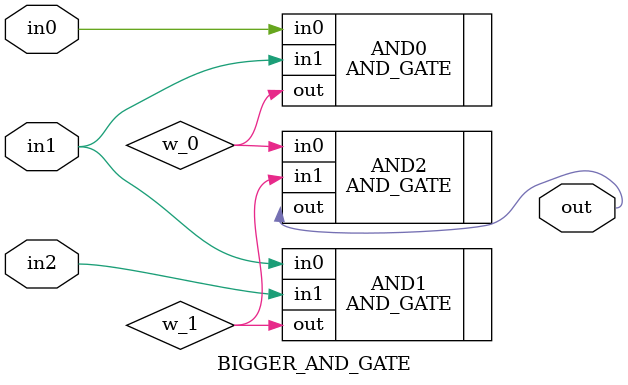
<source format=v>
module BIGGER_AND_GATE(
     input wire       in0,
     input wire       in1,
     input wire       in2,
     output wire       out
);
    wire w_0;
    wire w_1;
    
    AND_GATE AND0(
        .in0    (in0    ),
        .in1    (in1    ),
        .out    (w_0    )
    );

    AND_GATE AND1(
        .in0    (in1    ),
        .in1    (in2    ),
        .out    (w_1    )
    );
    AND_GATE AND2(
        .in0    (w_0    ),
        .in1    (w_1    ),
        .out    (out    )
    );

    
endmodule

</source>
